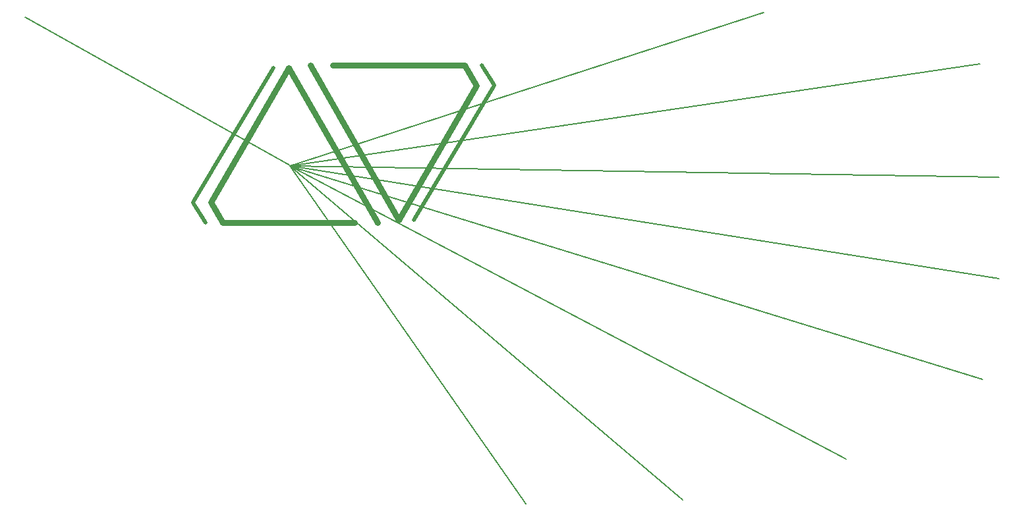
<source format=gbr>
%TF.GenerationSoftware,KiCad,Pcbnew,(6.0.9)*%
%TF.CreationDate,2022-11-05T17:57:58+01:00*%
%TF.ProjectId,pcb,7063622e-6b69-4636-9164-5f7063625858,rev?*%
%TF.SameCoordinates,Original*%
%TF.FileFunction,OtherDrawing,Comment*%
%FSLAX46Y46*%
G04 Gerber Fmt 4.6, Leading zero omitted, Abs format (unit mm)*
G04 Created by KiCad (PCBNEW (6.0.9)) date 2022-11-05 17:57:58*
%MOMM*%
%LPD*%
G01*
G04 APERTURE LIST*
%ADD10C,0.162500*%
%ADD11C,0.512514*%
%ADD12C,0.542718*%
%ADD13C,0.723625*%
G04 APERTURE END LIST*
D10*
X81031398Y-82883029D02*
X115049846Y-101929975D01*
X115110466Y-102005686D02*
X145355248Y-145439226D01*
X115110466Y-102005686D02*
X115110466Y-102005686D01*
X165530609Y-144926177D02*
X115110466Y-102005686D01*
X115233740Y-102073135D02*
X186515078Y-139641317D01*
X115233740Y-102073135D02*
X115233740Y-102073135D01*
X204083665Y-129408944D02*
X115233740Y-102073135D01*
X115116903Y-101989425D02*
X206136447Y-116476740D01*
X115116903Y-101989425D02*
X115116903Y-101989425D01*
X206186673Y-103440410D02*
X115116903Y-101989425D01*
X115101996Y-102011542D02*
X203721273Y-88848943D01*
X115101996Y-102011542D02*
X115101996Y-102011542D01*
X175951884Y-82268948D02*
X115101996Y-102011542D01*
D11*
X141327963Y-91578584D02*
X139729162Y-89061991D01*
D12*
X130973592Y-108882618D02*
X141311137Y-91647174D01*
D13*
X137519255Y-89061991D02*
X120575803Y-89061991D01*
X137519255Y-89061991D02*
X137519255Y-89061991D01*
X139023416Y-91647174D02*
X137519255Y-89061991D01*
X139023416Y-91647174D02*
X139023416Y-91647174D01*
X129047524Y-108882618D02*
X139023416Y-91647174D01*
X129047524Y-108882618D02*
X129047524Y-108882618D01*
X117655247Y-89061991D02*
X129047524Y-108882618D01*
D11*
X102617289Y-106703413D02*
X104216091Y-109220005D01*
D12*
X112971658Y-89399374D02*
X102634113Y-106634828D01*
D13*
X106426000Y-109220000D02*
X123369447Y-109220000D01*
X106426000Y-109220000D02*
X106426000Y-109220000D01*
X104921836Y-106634828D02*
X106426000Y-109220000D01*
X104921836Y-106634828D02*
X104921836Y-106634828D01*
X114897721Y-89399374D02*
X104921836Y-106634828D01*
X114897721Y-89399374D02*
X114897721Y-89399374D01*
X126290003Y-109220000D02*
X114897721Y-89399374D01*
M02*

</source>
